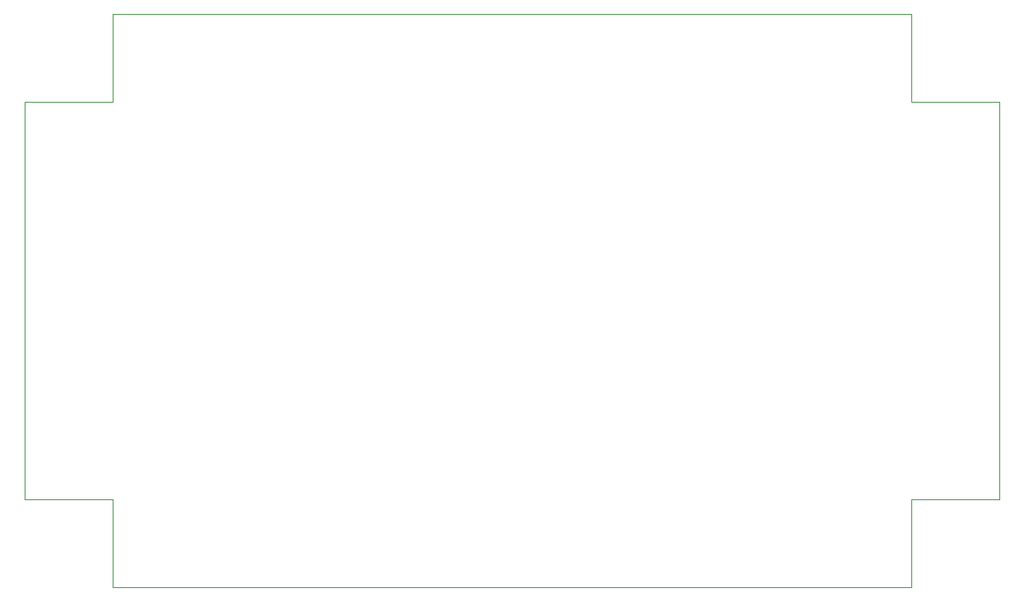
<source format=gm1>
G04 #@! TF.GenerationSoftware,KiCad,Pcbnew,9.0.4*
G04 #@! TF.CreationDate,2026-01-09T17:27:03-05:00*
G04 #@! TF.ProjectId,SignalStreamer,5369676e-616c-4537-9472-65616d65722e,rev?*
G04 #@! TF.SameCoordinates,Original*
G04 #@! TF.FileFunction,Profile,NP*
%FSLAX46Y46*%
G04 Gerber Fmt 4.6, Leading zero omitted, Abs format (unit mm)*
G04 Created by KiCad (PCBNEW 9.0.4) date 2026-01-09 17:27:03*
%MOMM*%
%LPD*%
G01*
G04 APERTURE LIST*
G04 #@! TA.AperFunction,Profile*
%ADD10C,0.100000*%
G04 #@! TD*
G04 APERTURE END LIST*
D10*
X131147600Y-117562400D02*
X48902400Y-117562400D01*
X48902400Y-108520000D02*
X48902400Y-117562400D01*
X39888800Y-108520000D02*
X48902400Y-108520000D01*
X39888800Y-67549800D02*
X39888800Y-108520000D01*
X131147600Y-108520000D02*
X140190000Y-108520000D01*
X131147600Y-117562400D02*
X131147600Y-108520000D01*
X39888800Y-67549800D02*
X48902400Y-67549800D01*
X48902400Y-67549800D02*
X48902400Y-58507400D01*
X131147600Y-67549800D02*
X140190000Y-67549800D01*
X48902400Y-58507400D02*
X131147600Y-58507400D01*
X131147600Y-58507400D02*
X131147600Y-67549800D01*
X140190000Y-67549800D02*
X140190000Y-108520000D01*
M02*

</source>
